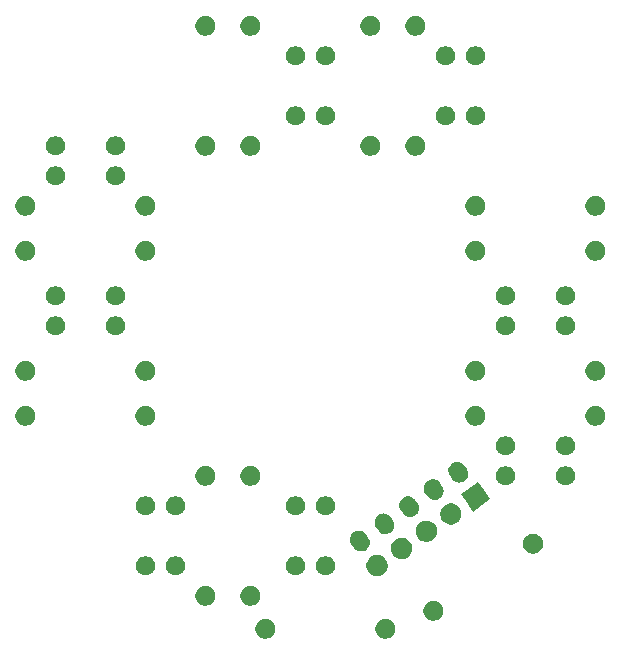
<source format=gbr>
G04 #@! TF.GenerationSoftware,KiCad,Pcbnew,(5.1.5)-3*
G04 #@! TF.CreationDate,2021-07-05T18:08:41+08:00*
G04 #@! TF.ProjectId,____,9b201f68-2e6b-4696-9361-645f70636258,rev?*
G04 #@! TF.SameCoordinates,Original*
G04 #@! TF.FileFunction,Soldermask,Top*
G04 #@! TF.FilePolarity,Negative*
%FSLAX46Y46*%
G04 Gerber Fmt 4.6, Leading zero omitted, Abs format (unit mm)*
G04 Created by KiCad (PCBNEW (5.1.5)-3) date 2021-07-05 18:08:41*
%MOMM*%
%LPD*%
G04 APERTURE LIST*
%ADD10C,0.100000*%
G04 APERTURE END LIST*
D10*
G36*
X153156228Y-118053703D02*
G01*
X153311100Y-118117853D01*
X153450481Y-118210985D01*
X153569015Y-118329519D01*
X153662147Y-118468900D01*
X153726297Y-118623772D01*
X153759000Y-118788184D01*
X153759000Y-118955816D01*
X153726297Y-119120228D01*
X153662147Y-119275100D01*
X153569015Y-119414481D01*
X153450481Y-119533015D01*
X153311100Y-119626147D01*
X153156228Y-119690297D01*
X152991816Y-119723000D01*
X152824184Y-119723000D01*
X152659772Y-119690297D01*
X152504900Y-119626147D01*
X152365519Y-119533015D01*
X152246985Y-119414481D01*
X152153853Y-119275100D01*
X152089703Y-119120228D01*
X152057000Y-118955816D01*
X152057000Y-118788184D01*
X152089703Y-118623772D01*
X152153853Y-118468900D01*
X152246985Y-118329519D01*
X152365519Y-118210985D01*
X152504900Y-118117853D01*
X152659772Y-118053703D01*
X152824184Y-118021000D01*
X152991816Y-118021000D01*
X153156228Y-118053703D01*
G37*
G36*
X142996228Y-118053703D02*
G01*
X143151100Y-118117853D01*
X143290481Y-118210985D01*
X143409015Y-118329519D01*
X143502147Y-118468900D01*
X143566297Y-118623772D01*
X143599000Y-118788184D01*
X143599000Y-118955816D01*
X143566297Y-119120228D01*
X143502147Y-119275100D01*
X143409015Y-119414481D01*
X143290481Y-119533015D01*
X143151100Y-119626147D01*
X142996228Y-119690297D01*
X142831816Y-119723000D01*
X142664184Y-119723000D01*
X142499772Y-119690297D01*
X142344900Y-119626147D01*
X142205519Y-119533015D01*
X142086985Y-119414481D01*
X141993853Y-119275100D01*
X141929703Y-119120228D01*
X141897000Y-118955816D01*
X141897000Y-118788184D01*
X141929703Y-118623772D01*
X141993853Y-118468900D01*
X142086985Y-118329519D01*
X142205519Y-118210985D01*
X142344900Y-118117853D01*
X142499772Y-118053703D01*
X142664184Y-118021000D01*
X142831816Y-118021000D01*
X142996228Y-118053703D01*
G37*
G36*
X157220228Y-116529703D02*
G01*
X157375100Y-116593853D01*
X157514481Y-116686985D01*
X157633015Y-116805519D01*
X157726147Y-116944900D01*
X157790297Y-117099772D01*
X157823000Y-117264184D01*
X157823000Y-117431816D01*
X157790297Y-117596228D01*
X157726147Y-117751100D01*
X157633015Y-117890481D01*
X157514481Y-118009015D01*
X157375100Y-118102147D01*
X157220228Y-118166297D01*
X157055816Y-118199000D01*
X156888184Y-118199000D01*
X156723772Y-118166297D01*
X156568900Y-118102147D01*
X156429519Y-118009015D01*
X156310985Y-117890481D01*
X156217853Y-117751100D01*
X156153703Y-117596228D01*
X156121000Y-117431816D01*
X156121000Y-117264184D01*
X156153703Y-117099772D01*
X156217853Y-116944900D01*
X156310985Y-116805519D01*
X156429519Y-116686985D01*
X156568900Y-116593853D01*
X156723772Y-116529703D01*
X156888184Y-116497000D01*
X157055816Y-116497000D01*
X157220228Y-116529703D01*
G37*
G36*
X137916228Y-115259703D02*
G01*
X138071100Y-115323853D01*
X138210481Y-115416985D01*
X138329015Y-115535519D01*
X138422147Y-115674900D01*
X138486297Y-115829772D01*
X138519000Y-115994184D01*
X138519000Y-116161816D01*
X138486297Y-116326228D01*
X138422147Y-116481100D01*
X138329015Y-116620481D01*
X138210481Y-116739015D01*
X138071100Y-116832147D01*
X137916228Y-116896297D01*
X137751816Y-116929000D01*
X137584184Y-116929000D01*
X137419772Y-116896297D01*
X137264900Y-116832147D01*
X137125519Y-116739015D01*
X137006985Y-116620481D01*
X136913853Y-116481100D01*
X136849703Y-116326228D01*
X136817000Y-116161816D01*
X136817000Y-115994184D01*
X136849703Y-115829772D01*
X136913853Y-115674900D01*
X137006985Y-115535519D01*
X137125519Y-115416985D01*
X137264900Y-115323853D01*
X137419772Y-115259703D01*
X137584184Y-115227000D01*
X137751816Y-115227000D01*
X137916228Y-115259703D01*
G37*
G36*
X141726228Y-115259703D02*
G01*
X141881100Y-115323853D01*
X142020481Y-115416985D01*
X142139015Y-115535519D01*
X142232147Y-115674900D01*
X142296297Y-115829772D01*
X142329000Y-115994184D01*
X142329000Y-116161816D01*
X142296297Y-116326228D01*
X142232147Y-116481100D01*
X142139015Y-116620481D01*
X142020481Y-116739015D01*
X141881100Y-116832147D01*
X141726228Y-116896297D01*
X141561816Y-116929000D01*
X141394184Y-116929000D01*
X141229772Y-116896297D01*
X141074900Y-116832147D01*
X140935519Y-116739015D01*
X140816985Y-116620481D01*
X140723853Y-116481100D01*
X140659703Y-116326228D01*
X140627000Y-116161816D01*
X140627000Y-115994184D01*
X140659703Y-115829772D01*
X140723853Y-115674900D01*
X140816985Y-115535519D01*
X140935519Y-115416985D01*
X141074900Y-115323853D01*
X141229772Y-115259703D01*
X141394184Y-115227000D01*
X141561816Y-115227000D01*
X141726228Y-115259703D01*
G37*
G36*
X152318927Y-112627464D02*
G01*
X152468227Y-112657161D01*
X152632199Y-112725081D01*
X152779769Y-112823684D01*
X152905268Y-112949183D01*
X153003871Y-113096753D01*
X153071791Y-113260725D01*
X153106415Y-113434796D01*
X153106415Y-113612278D01*
X153071791Y-113786349D01*
X153003871Y-113950321D01*
X152905268Y-114097891D01*
X152779769Y-114223390D01*
X152632199Y-114321993D01*
X152468227Y-114389913D01*
X152318927Y-114419610D01*
X152294157Y-114424537D01*
X152116673Y-114424537D01*
X152091903Y-114419610D01*
X151942603Y-114389913D01*
X151778631Y-114321993D01*
X151631061Y-114223390D01*
X151505562Y-114097891D01*
X151406959Y-113950321D01*
X151339039Y-113786349D01*
X151304415Y-113612278D01*
X151304415Y-113434796D01*
X151339039Y-113260725D01*
X151406959Y-113096753D01*
X151505562Y-112949183D01*
X151631061Y-112823684D01*
X151778631Y-112725081D01*
X151942603Y-112657161D01*
X152091903Y-112627464D01*
X152116673Y-112622537D01*
X152294157Y-112622537D01*
X152318927Y-112627464D01*
G37*
G36*
X132825142Y-112756242D02*
G01*
X132973101Y-112817529D01*
X133106255Y-112906499D01*
X133219501Y-113019745D01*
X133308471Y-113152899D01*
X133369758Y-113300858D01*
X133401000Y-113457925D01*
X133401000Y-113618075D01*
X133369758Y-113775142D01*
X133308471Y-113923101D01*
X133219501Y-114056255D01*
X133106255Y-114169501D01*
X132973101Y-114258471D01*
X132825142Y-114319758D01*
X132668075Y-114351000D01*
X132507925Y-114351000D01*
X132350858Y-114319758D01*
X132202899Y-114258471D01*
X132069745Y-114169501D01*
X131956499Y-114056255D01*
X131867529Y-113923101D01*
X131806242Y-113775142D01*
X131775000Y-113618075D01*
X131775000Y-113457925D01*
X131806242Y-113300858D01*
X131867529Y-113152899D01*
X131956499Y-113019745D01*
X132069745Y-112906499D01*
X132202899Y-112817529D01*
X132350858Y-112756242D01*
X132507925Y-112725000D01*
X132668075Y-112725000D01*
X132825142Y-112756242D01*
G37*
G36*
X135365142Y-112756242D02*
G01*
X135513101Y-112817529D01*
X135646255Y-112906499D01*
X135759501Y-113019745D01*
X135848471Y-113152899D01*
X135909758Y-113300858D01*
X135941000Y-113457925D01*
X135941000Y-113618075D01*
X135909758Y-113775142D01*
X135848471Y-113923101D01*
X135759501Y-114056255D01*
X135646255Y-114169501D01*
X135513101Y-114258471D01*
X135365142Y-114319758D01*
X135208075Y-114351000D01*
X135047925Y-114351000D01*
X134890858Y-114319758D01*
X134742899Y-114258471D01*
X134609745Y-114169501D01*
X134496499Y-114056255D01*
X134407529Y-113923101D01*
X134346242Y-113775142D01*
X134315000Y-113618075D01*
X134315000Y-113457925D01*
X134346242Y-113300858D01*
X134407529Y-113152899D01*
X134496499Y-113019745D01*
X134609745Y-112906499D01*
X134742899Y-112817529D01*
X134890858Y-112756242D01*
X135047925Y-112725000D01*
X135208075Y-112725000D01*
X135365142Y-112756242D01*
G37*
G36*
X148065142Y-112756242D02*
G01*
X148213101Y-112817529D01*
X148346255Y-112906499D01*
X148459501Y-113019745D01*
X148548471Y-113152899D01*
X148609758Y-113300858D01*
X148641000Y-113457925D01*
X148641000Y-113618075D01*
X148609758Y-113775142D01*
X148548471Y-113923101D01*
X148459501Y-114056255D01*
X148346255Y-114169501D01*
X148213101Y-114258471D01*
X148065142Y-114319758D01*
X147908075Y-114351000D01*
X147747925Y-114351000D01*
X147590858Y-114319758D01*
X147442899Y-114258471D01*
X147309745Y-114169501D01*
X147196499Y-114056255D01*
X147107529Y-113923101D01*
X147046242Y-113775142D01*
X147015000Y-113618075D01*
X147015000Y-113457925D01*
X147046242Y-113300858D01*
X147107529Y-113152899D01*
X147196499Y-113019745D01*
X147309745Y-112906499D01*
X147442899Y-112817529D01*
X147590858Y-112756242D01*
X147747925Y-112725000D01*
X147908075Y-112725000D01*
X148065142Y-112756242D01*
G37*
G36*
X145525142Y-112756242D02*
G01*
X145673101Y-112817529D01*
X145806255Y-112906499D01*
X145919501Y-113019745D01*
X146008471Y-113152899D01*
X146069758Y-113300858D01*
X146101000Y-113457925D01*
X146101000Y-113618075D01*
X146069758Y-113775142D01*
X146008471Y-113923101D01*
X145919501Y-114056255D01*
X145806255Y-114169501D01*
X145673101Y-114258471D01*
X145525142Y-114319758D01*
X145368075Y-114351000D01*
X145207925Y-114351000D01*
X145050858Y-114319758D01*
X144902899Y-114258471D01*
X144769745Y-114169501D01*
X144656499Y-114056255D01*
X144567529Y-113923101D01*
X144506242Y-113775142D01*
X144475000Y-113618075D01*
X144475000Y-113457925D01*
X144506242Y-113300858D01*
X144567529Y-113152899D01*
X144656499Y-113019745D01*
X144769745Y-112906499D01*
X144902899Y-112817529D01*
X145050858Y-112756242D01*
X145207925Y-112725000D01*
X145368075Y-112725000D01*
X145525142Y-112756242D01*
G37*
G36*
X154399573Y-111170579D02*
G01*
X154548873Y-111200276D01*
X154712845Y-111268196D01*
X154860415Y-111366799D01*
X154985914Y-111492298D01*
X155084517Y-111639868D01*
X155152437Y-111803840D01*
X155187061Y-111977911D01*
X155187061Y-112155393D01*
X155152437Y-112329464D01*
X155084517Y-112493436D01*
X154985914Y-112641006D01*
X154860415Y-112766505D01*
X154712845Y-112865108D01*
X154548873Y-112933028D01*
X154399573Y-112962725D01*
X154374803Y-112967652D01*
X154197319Y-112967652D01*
X154172549Y-112962725D01*
X154023249Y-112933028D01*
X153859277Y-112865108D01*
X153711707Y-112766505D01*
X153586208Y-112641006D01*
X153487605Y-112493436D01*
X153419685Y-112329464D01*
X153385061Y-112155393D01*
X153385061Y-111977911D01*
X153419685Y-111803840D01*
X153487605Y-111639868D01*
X153586208Y-111492298D01*
X153711707Y-111366799D01*
X153859277Y-111268196D01*
X154023249Y-111200276D01*
X154172549Y-111170579D01*
X154197319Y-111165652D01*
X154374803Y-111165652D01*
X154399573Y-111170579D01*
G37*
G36*
X165643250Y-110848303D02*
G01*
X165798122Y-110912453D01*
X165937503Y-111005585D01*
X166056037Y-111124119D01*
X166149169Y-111263500D01*
X166213319Y-111418372D01*
X166246022Y-111582784D01*
X166246022Y-111750416D01*
X166213319Y-111914828D01*
X166149169Y-112069700D01*
X166056037Y-112209081D01*
X165937503Y-112327615D01*
X165798122Y-112420747D01*
X165643250Y-112484897D01*
X165478838Y-112517600D01*
X165311206Y-112517600D01*
X165146794Y-112484897D01*
X164991922Y-112420747D01*
X164852541Y-112327615D01*
X164734007Y-112209081D01*
X164640875Y-112069700D01*
X164576725Y-111914828D01*
X164544022Y-111750416D01*
X164544022Y-111582784D01*
X164576725Y-111418372D01*
X164640875Y-111263500D01*
X164734007Y-111124119D01*
X164852541Y-111005585D01*
X164991922Y-110912453D01*
X165146794Y-110848303D01*
X165311206Y-110815600D01*
X165478838Y-110815600D01*
X165643250Y-110848303D01*
G37*
G36*
X150669239Y-110567339D02*
G01*
X150793541Y-110576849D01*
X150936003Y-110616693D01*
X150960863Y-110629292D01*
X151067960Y-110683567D01*
X151184335Y-110774899D01*
X151240544Y-110840422D01*
X151256524Y-110859049D01*
X151387783Y-111046509D01*
X151470909Y-111165226D01*
X151525292Y-111261840D01*
X151571313Y-111402433D01*
X151580166Y-111475868D01*
X151589020Y-111549300D01*
X151577735Y-111696809D01*
X151537891Y-111839271D01*
X151537890Y-111839272D01*
X151471017Y-111971229D01*
X151379685Y-112087603D01*
X151267406Y-112183922D01*
X151267404Y-112183923D01*
X151138490Y-112256488D01*
X150997896Y-112302509D01*
X150924461Y-112311363D01*
X150851029Y-112320216D01*
X150851026Y-112320216D01*
X150762525Y-112313445D01*
X150703522Y-112308931D01*
X150641249Y-112291514D01*
X150561058Y-112269086D01*
X150429102Y-112202213D01*
X150312727Y-112110881D01*
X150240540Y-112026733D01*
X150240538Y-112026731D01*
X150026155Y-111720557D01*
X150026153Y-111720554D01*
X149971770Y-111623940D01*
X149947338Y-111549300D01*
X149925749Y-111483348D01*
X149908042Y-111336479D01*
X149919327Y-111188971D01*
X149959171Y-111046509D01*
X150026046Y-110914551D01*
X150117377Y-110798177D01*
X150229658Y-110701857D01*
X150358572Y-110629292D01*
X150398429Y-110616246D01*
X150499164Y-110583271D01*
X150646033Y-110565564D01*
X150646036Y-110565564D01*
X150669239Y-110567339D01*
G37*
G36*
X156480220Y-109713695D02*
G01*
X156629520Y-109743392D01*
X156793492Y-109811312D01*
X156941062Y-109909915D01*
X157066561Y-110035414D01*
X157165164Y-110182984D01*
X157233084Y-110346956D01*
X157267708Y-110521027D01*
X157267708Y-110698509D01*
X157233084Y-110872580D01*
X157165164Y-111036552D01*
X157066561Y-111184122D01*
X156941062Y-111309621D01*
X156793492Y-111408224D01*
X156629520Y-111476144D01*
X156480220Y-111505841D01*
X156455450Y-111510768D01*
X156277966Y-111510768D01*
X156253196Y-111505841D01*
X156103896Y-111476144D01*
X155939924Y-111408224D01*
X155792354Y-111309621D01*
X155666855Y-111184122D01*
X155568252Y-111036552D01*
X155500332Y-110872580D01*
X155465708Y-110698509D01*
X155465708Y-110521027D01*
X155500332Y-110346956D01*
X155568252Y-110182984D01*
X155666855Y-110035414D01*
X155792354Y-109909915D01*
X155939924Y-109811312D01*
X156103896Y-109743392D01*
X156253196Y-109713695D01*
X156277966Y-109708768D01*
X156455450Y-109708768D01*
X156480220Y-109713695D01*
G37*
G36*
X152749885Y-109110455D02*
G01*
X152874187Y-109119965D01*
X153016649Y-109159809D01*
X153082628Y-109193247D01*
X153148606Y-109226683D01*
X153264981Y-109318015D01*
X153321190Y-109383538D01*
X153337170Y-109402165D01*
X153468429Y-109589625D01*
X153551555Y-109708342D01*
X153605938Y-109804956D01*
X153651959Y-109945549D01*
X153651959Y-109945552D01*
X153669666Y-110092416D01*
X153658381Y-110239925D01*
X153618537Y-110382387D01*
X153618536Y-110382388D01*
X153551663Y-110514345D01*
X153497568Y-110583272D01*
X153460331Y-110630719D01*
X153348052Y-110727038D01*
X153348050Y-110727039D01*
X153219136Y-110799604D01*
X153078542Y-110845625D01*
X153005107Y-110854478D01*
X152931675Y-110863332D01*
X152931672Y-110863332D01*
X152843171Y-110856561D01*
X152784168Y-110852047D01*
X152721895Y-110834630D01*
X152641704Y-110812202D01*
X152509748Y-110745329D01*
X152393373Y-110653997D01*
X152321186Y-110569849D01*
X152321184Y-110569847D01*
X152106801Y-110263673D01*
X152106799Y-110263670D01*
X152052416Y-110167056D01*
X152027984Y-110092416D01*
X152006395Y-110026464D01*
X151988688Y-109879595D01*
X151999973Y-109732087D01*
X152039817Y-109589625D01*
X152106692Y-109457667D01*
X152146889Y-109406448D01*
X152198023Y-109341293D01*
X152310304Y-109244973D01*
X152439218Y-109172408D01*
X152479075Y-109159362D01*
X152579810Y-109126387D01*
X152726679Y-109108680D01*
X152726682Y-109108680D01*
X152749885Y-109110455D01*
G37*
G36*
X158560866Y-108256811D02*
G01*
X158710166Y-108286508D01*
X158874138Y-108354428D01*
X159021708Y-108453031D01*
X159147207Y-108578530D01*
X159245810Y-108726100D01*
X159313730Y-108890072D01*
X159348354Y-109064143D01*
X159348354Y-109241625D01*
X159313730Y-109415696D01*
X159245810Y-109579668D01*
X159147207Y-109727238D01*
X159021708Y-109852737D01*
X158874138Y-109951340D01*
X158710166Y-110019260D01*
X158560866Y-110048957D01*
X158536096Y-110053884D01*
X158358612Y-110053884D01*
X158333842Y-110048957D01*
X158184542Y-110019260D01*
X158020570Y-109951340D01*
X157873000Y-109852737D01*
X157747501Y-109727238D01*
X157648898Y-109579668D01*
X157580978Y-109415696D01*
X157546354Y-109241625D01*
X157546354Y-109064143D01*
X157580978Y-108890072D01*
X157648898Y-108726100D01*
X157747501Y-108578530D01*
X157873000Y-108453031D01*
X158020570Y-108354428D01*
X158184542Y-108286508D01*
X158333842Y-108256811D01*
X158358612Y-108251884D01*
X158536096Y-108251884D01*
X158560866Y-108256811D01*
G37*
G36*
X154830531Y-107653571D02*
G01*
X154954833Y-107663081D01*
X155097295Y-107702925D01*
X155122155Y-107715524D01*
X155229252Y-107769799D01*
X155345627Y-107861131D01*
X155393780Y-107917263D01*
X155417816Y-107945281D01*
X155549075Y-108132741D01*
X155632201Y-108251458D01*
X155686584Y-108348072D01*
X155732605Y-108488665D01*
X155732605Y-108488668D01*
X155750312Y-108635532D01*
X155739027Y-108783041D01*
X155699183Y-108925503D01*
X155699182Y-108925504D01*
X155632309Y-109057461D01*
X155578214Y-109126388D01*
X155540977Y-109173835D01*
X155428698Y-109270154D01*
X155428696Y-109270155D01*
X155299782Y-109342720D01*
X155159188Y-109388741D01*
X155085753Y-109397595D01*
X155012321Y-109406448D01*
X155012318Y-109406448D01*
X154923817Y-109399677D01*
X154864814Y-109395163D01*
X154802541Y-109377746D01*
X154722350Y-109355318D01*
X154590394Y-109288445D01*
X154474019Y-109197113D01*
X154401832Y-109112965D01*
X154401830Y-109112963D01*
X154187447Y-108806789D01*
X154187445Y-108806786D01*
X154133062Y-108710172D01*
X154108630Y-108635532D01*
X154087041Y-108569580D01*
X154069334Y-108422711D01*
X154080619Y-108275203D01*
X154120463Y-108132741D01*
X154187338Y-108000783D01*
X154227535Y-107949564D01*
X154278669Y-107884409D01*
X154390950Y-107788089D01*
X154519864Y-107715524D01*
X154559721Y-107702478D01*
X154660456Y-107669503D01*
X154807325Y-107651796D01*
X154807328Y-107651796D01*
X154830531Y-107653571D01*
G37*
G36*
X132825142Y-107676242D02*
G01*
X132973101Y-107737529D01*
X133106255Y-107826499D01*
X133219501Y-107939745D01*
X133308471Y-108072899D01*
X133369758Y-108220858D01*
X133401000Y-108377925D01*
X133401000Y-108538075D01*
X133369758Y-108695142D01*
X133308471Y-108843101D01*
X133219501Y-108976255D01*
X133106255Y-109089501D01*
X132973101Y-109178471D01*
X132825142Y-109239758D01*
X132668075Y-109271000D01*
X132507925Y-109271000D01*
X132350858Y-109239758D01*
X132202899Y-109178471D01*
X132069745Y-109089501D01*
X131956499Y-108976255D01*
X131867529Y-108843101D01*
X131806242Y-108695142D01*
X131775000Y-108538075D01*
X131775000Y-108377925D01*
X131806242Y-108220858D01*
X131867529Y-108072899D01*
X131956499Y-107939745D01*
X132069745Y-107826499D01*
X132202899Y-107737529D01*
X132350858Y-107676242D01*
X132507925Y-107645000D01*
X132668075Y-107645000D01*
X132825142Y-107676242D01*
G37*
G36*
X148065142Y-107676242D02*
G01*
X148213101Y-107737529D01*
X148346255Y-107826499D01*
X148459501Y-107939745D01*
X148548471Y-108072899D01*
X148609758Y-108220858D01*
X148641000Y-108377925D01*
X148641000Y-108538075D01*
X148609758Y-108695142D01*
X148548471Y-108843101D01*
X148459501Y-108976255D01*
X148346255Y-109089501D01*
X148213101Y-109178471D01*
X148065142Y-109239758D01*
X147908075Y-109271000D01*
X147747925Y-109271000D01*
X147590858Y-109239758D01*
X147442899Y-109178471D01*
X147309745Y-109089501D01*
X147196499Y-108976255D01*
X147107529Y-108843101D01*
X147046242Y-108695142D01*
X147015000Y-108538075D01*
X147015000Y-108377925D01*
X147046242Y-108220858D01*
X147107529Y-108072899D01*
X147196499Y-107939745D01*
X147309745Y-107826499D01*
X147442899Y-107737529D01*
X147590858Y-107676242D01*
X147747925Y-107645000D01*
X147908075Y-107645000D01*
X148065142Y-107676242D01*
G37*
G36*
X145525142Y-107676242D02*
G01*
X145673101Y-107737529D01*
X145806255Y-107826499D01*
X145919501Y-107939745D01*
X146008471Y-108072899D01*
X146069758Y-108220858D01*
X146101000Y-108377925D01*
X146101000Y-108538075D01*
X146069758Y-108695142D01*
X146008471Y-108843101D01*
X145919501Y-108976255D01*
X145806255Y-109089501D01*
X145673101Y-109178471D01*
X145525142Y-109239758D01*
X145368075Y-109271000D01*
X145207925Y-109271000D01*
X145050858Y-109239758D01*
X144902899Y-109178471D01*
X144769745Y-109089501D01*
X144656499Y-108976255D01*
X144567529Y-108843101D01*
X144506242Y-108695142D01*
X144475000Y-108538075D01*
X144475000Y-108377925D01*
X144506242Y-108220858D01*
X144567529Y-108072899D01*
X144656499Y-107939745D01*
X144769745Y-107826499D01*
X144902899Y-107737529D01*
X145050858Y-107676242D01*
X145207925Y-107645000D01*
X145368075Y-107645000D01*
X145525142Y-107676242D01*
G37*
G36*
X135365142Y-107676242D02*
G01*
X135513101Y-107737529D01*
X135646255Y-107826499D01*
X135759501Y-107939745D01*
X135848471Y-108072899D01*
X135909758Y-108220858D01*
X135941000Y-108377925D01*
X135941000Y-108538075D01*
X135909758Y-108695142D01*
X135848471Y-108843101D01*
X135759501Y-108976255D01*
X135646255Y-109089501D01*
X135513101Y-109178471D01*
X135365142Y-109239758D01*
X135208075Y-109271000D01*
X135047925Y-109271000D01*
X134890858Y-109239758D01*
X134742899Y-109178471D01*
X134609745Y-109089501D01*
X134496499Y-108976255D01*
X134407529Y-108843101D01*
X134346242Y-108695142D01*
X134315000Y-108538075D01*
X134315000Y-108377925D01*
X134346242Y-108220858D01*
X134407529Y-108072899D01*
X134496499Y-107939745D01*
X134609745Y-107826499D01*
X134742899Y-107737529D01*
X134890858Y-107676242D01*
X135047925Y-107645000D01*
X135208075Y-107645000D01*
X135365142Y-107676242D01*
G37*
G36*
X161219482Y-107112694D02*
G01*
X161782848Y-107917263D01*
X161782848Y-107917264D01*
X161060994Y-108422711D01*
X160306737Y-108950848D01*
X160306736Y-108950848D01*
X159691990Y-108072899D01*
X159273152Y-107474737D01*
X159273152Y-107474736D01*
X160379936Y-106699758D01*
X160749263Y-106441152D01*
X160749264Y-106441152D01*
X161219482Y-107112694D01*
G37*
G36*
X156911178Y-106196687D02*
G01*
X157035480Y-106206197D01*
X157177942Y-106246041D01*
X157202802Y-106258640D01*
X157309899Y-106312915D01*
X157426274Y-106404247D01*
X157474514Y-106460480D01*
X157498463Y-106488397D01*
X157629722Y-106675857D01*
X157712848Y-106794574D01*
X157767231Y-106891188D01*
X157813252Y-107031781D01*
X157813252Y-107031784D01*
X157830959Y-107178648D01*
X157819674Y-107326157D01*
X157779830Y-107468619D01*
X157779829Y-107468620D01*
X157712956Y-107600577D01*
X157658861Y-107669504D01*
X157621624Y-107716951D01*
X157509345Y-107813270D01*
X157476850Y-107831561D01*
X157380429Y-107885836D01*
X157239835Y-107931857D01*
X157174425Y-107939743D01*
X157092968Y-107949564D01*
X157092965Y-107949564D01*
X157004464Y-107942793D01*
X156945461Y-107938279D01*
X156870324Y-107917264D01*
X156802997Y-107898434D01*
X156671041Y-107831561D01*
X156554666Y-107740229D01*
X156482479Y-107656081D01*
X156482477Y-107656079D01*
X156268094Y-107349905D01*
X156268092Y-107349902D01*
X156213709Y-107253288D01*
X156189277Y-107178648D01*
X156167688Y-107112696D01*
X156149981Y-106965827D01*
X156161266Y-106818319D01*
X156201110Y-106675857D01*
X156234548Y-106609878D01*
X156267984Y-106543900D01*
X156359316Y-106427525D01*
X156471597Y-106331205D01*
X156600511Y-106258640D01*
X156640368Y-106245594D01*
X156741103Y-106212619D01*
X156887972Y-106194912D01*
X156887975Y-106194912D01*
X156911178Y-106196687D01*
G37*
G36*
X137916228Y-105099703D02*
G01*
X138071100Y-105163853D01*
X138210481Y-105256985D01*
X138329015Y-105375519D01*
X138422147Y-105514900D01*
X138486297Y-105669772D01*
X138519000Y-105834184D01*
X138519000Y-106001816D01*
X138486297Y-106166228D01*
X138422147Y-106321100D01*
X138329015Y-106460481D01*
X138210481Y-106579015D01*
X138071100Y-106672147D01*
X137916228Y-106736297D01*
X137751816Y-106769000D01*
X137584184Y-106769000D01*
X137419772Y-106736297D01*
X137264900Y-106672147D01*
X137125519Y-106579015D01*
X137006985Y-106460481D01*
X136913853Y-106321100D01*
X136849703Y-106166228D01*
X136817000Y-106001816D01*
X136817000Y-105834184D01*
X136849703Y-105669772D01*
X136913853Y-105514900D01*
X137006985Y-105375519D01*
X137125519Y-105256985D01*
X137264900Y-105163853D01*
X137419772Y-105099703D01*
X137584184Y-105067000D01*
X137751816Y-105067000D01*
X137916228Y-105099703D01*
G37*
G36*
X141726228Y-105099703D02*
G01*
X141881100Y-105163853D01*
X142020481Y-105256985D01*
X142139015Y-105375519D01*
X142232147Y-105514900D01*
X142296297Y-105669772D01*
X142329000Y-105834184D01*
X142329000Y-106001816D01*
X142296297Y-106166228D01*
X142232147Y-106321100D01*
X142139015Y-106460481D01*
X142020481Y-106579015D01*
X141881100Y-106672147D01*
X141726228Y-106736297D01*
X141561816Y-106769000D01*
X141394184Y-106769000D01*
X141229772Y-106736297D01*
X141074900Y-106672147D01*
X140935519Y-106579015D01*
X140816985Y-106460481D01*
X140723853Y-106321100D01*
X140659703Y-106166228D01*
X140627000Y-106001816D01*
X140627000Y-105834184D01*
X140659703Y-105669772D01*
X140723853Y-105514900D01*
X140816985Y-105375519D01*
X140935519Y-105256985D01*
X141074900Y-105163853D01*
X141229772Y-105099703D01*
X141394184Y-105067000D01*
X141561816Y-105067000D01*
X141726228Y-105099703D01*
G37*
G36*
X168385142Y-105136242D02*
G01*
X168533101Y-105197529D01*
X168666255Y-105286499D01*
X168779501Y-105399745D01*
X168868471Y-105532899D01*
X168929758Y-105680858D01*
X168961000Y-105837925D01*
X168961000Y-105998075D01*
X168929758Y-106155142D01*
X168868471Y-106303101D01*
X168779501Y-106436255D01*
X168666255Y-106549501D01*
X168533101Y-106638471D01*
X168385142Y-106699758D01*
X168228075Y-106731000D01*
X168067925Y-106731000D01*
X167910858Y-106699758D01*
X167762899Y-106638471D01*
X167629745Y-106549501D01*
X167516499Y-106436255D01*
X167427529Y-106303101D01*
X167366242Y-106155142D01*
X167335000Y-105998075D01*
X167335000Y-105837925D01*
X167366242Y-105680858D01*
X167427529Y-105532899D01*
X167516499Y-105399745D01*
X167629745Y-105286499D01*
X167762899Y-105197529D01*
X167910858Y-105136242D01*
X168067925Y-105105000D01*
X168228075Y-105105000D01*
X168385142Y-105136242D01*
G37*
G36*
X163305142Y-105136242D02*
G01*
X163453101Y-105197529D01*
X163586255Y-105286499D01*
X163699501Y-105399745D01*
X163788471Y-105532899D01*
X163849758Y-105680858D01*
X163881000Y-105837925D01*
X163881000Y-105998075D01*
X163849758Y-106155142D01*
X163788471Y-106303101D01*
X163699501Y-106436255D01*
X163586255Y-106549501D01*
X163453101Y-106638471D01*
X163305142Y-106699758D01*
X163148075Y-106731000D01*
X162987925Y-106731000D01*
X162830858Y-106699758D01*
X162682899Y-106638471D01*
X162549745Y-106549501D01*
X162436499Y-106436255D01*
X162347529Y-106303101D01*
X162286242Y-106155142D01*
X162255000Y-105998075D01*
X162255000Y-105837925D01*
X162286242Y-105680858D01*
X162347529Y-105532899D01*
X162436499Y-105399745D01*
X162549745Y-105286499D01*
X162682899Y-105197529D01*
X162830858Y-105136242D01*
X162987925Y-105105000D01*
X163148075Y-105105000D01*
X163305142Y-105136242D01*
G37*
G36*
X158991824Y-104739803D02*
G01*
X159116126Y-104749313D01*
X159258588Y-104789157D01*
X159283448Y-104801756D01*
X159390545Y-104856031D01*
X159506920Y-104947363D01*
X159563129Y-105012886D01*
X159579109Y-105031513D01*
X159710368Y-105218973D01*
X159793494Y-105337690D01*
X159847877Y-105434304D01*
X159893898Y-105574897D01*
X159893898Y-105574900D01*
X159911605Y-105721764D01*
X159900320Y-105869273D01*
X159860476Y-106011735D01*
X159860475Y-106011736D01*
X159793602Y-106143693D01*
X159739507Y-106212620D01*
X159702270Y-106260067D01*
X159589991Y-106356386D01*
X159589989Y-106356387D01*
X159461075Y-106428952D01*
X159320481Y-106474973D01*
X159247046Y-106483826D01*
X159173614Y-106492680D01*
X159173611Y-106492680D01*
X159085110Y-106485909D01*
X159026107Y-106481395D01*
X158951331Y-106460481D01*
X158883643Y-106441550D01*
X158751687Y-106374677D01*
X158635312Y-106283345D01*
X158563125Y-106199197D01*
X158563123Y-106199195D01*
X158348740Y-105893021D01*
X158348738Y-105893018D01*
X158294355Y-105796404D01*
X158269923Y-105721764D01*
X158248334Y-105655812D01*
X158230627Y-105508943D01*
X158241912Y-105361435D01*
X158281756Y-105218973D01*
X158339516Y-105105000D01*
X158348630Y-105087016D01*
X158439962Y-104970641D01*
X158552243Y-104874321D01*
X158681157Y-104801756D01*
X158721014Y-104788710D01*
X158821749Y-104755735D01*
X158968618Y-104738028D01*
X158968621Y-104738028D01*
X158991824Y-104739803D01*
G37*
G36*
X168385142Y-102596242D02*
G01*
X168533101Y-102657529D01*
X168666255Y-102746499D01*
X168779501Y-102859745D01*
X168868471Y-102992899D01*
X168929758Y-103140858D01*
X168961000Y-103297925D01*
X168961000Y-103458075D01*
X168929758Y-103615142D01*
X168868471Y-103763101D01*
X168779501Y-103896255D01*
X168666255Y-104009501D01*
X168533101Y-104098471D01*
X168385142Y-104159758D01*
X168228075Y-104191000D01*
X168067925Y-104191000D01*
X167910858Y-104159758D01*
X167762899Y-104098471D01*
X167629745Y-104009501D01*
X167516499Y-103896255D01*
X167427529Y-103763101D01*
X167366242Y-103615142D01*
X167335000Y-103458075D01*
X167335000Y-103297925D01*
X167366242Y-103140858D01*
X167427529Y-102992899D01*
X167516499Y-102859745D01*
X167629745Y-102746499D01*
X167762899Y-102657529D01*
X167910858Y-102596242D01*
X168067925Y-102565000D01*
X168228075Y-102565000D01*
X168385142Y-102596242D01*
G37*
G36*
X163305142Y-102596242D02*
G01*
X163453101Y-102657529D01*
X163586255Y-102746499D01*
X163699501Y-102859745D01*
X163788471Y-102992899D01*
X163849758Y-103140858D01*
X163881000Y-103297925D01*
X163881000Y-103458075D01*
X163849758Y-103615142D01*
X163788471Y-103763101D01*
X163699501Y-103896255D01*
X163586255Y-104009501D01*
X163453101Y-104098471D01*
X163305142Y-104159758D01*
X163148075Y-104191000D01*
X162987925Y-104191000D01*
X162830858Y-104159758D01*
X162682899Y-104098471D01*
X162549745Y-104009501D01*
X162436499Y-103896255D01*
X162347529Y-103763101D01*
X162286242Y-103615142D01*
X162255000Y-103458075D01*
X162255000Y-103297925D01*
X162286242Y-103140858D01*
X162347529Y-102992899D01*
X162436499Y-102859745D01*
X162549745Y-102746499D01*
X162682899Y-102657529D01*
X162830858Y-102596242D01*
X162987925Y-102565000D01*
X163148075Y-102565000D01*
X163305142Y-102596242D01*
G37*
G36*
X170936228Y-100019703D02*
G01*
X171091100Y-100083853D01*
X171230481Y-100176985D01*
X171349015Y-100295519D01*
X171442147Y-100434900D01*
X171506297Y-100589772D01*
X171539000Y-100754184D01*
X171539000Y-100921816D01*
X171506297Y-101086228D01*
X171442147Y-101241100D01*
X171349015Y-101380481D01*
X171230481Y-101499015D01*
X171091100Y-101592147D01*
X170936228Y-101656297D01*
X170771816Y-101689000D01*
X170604184Y-101689000D01*
X170439772Y-101656297D01*
X170284900Y-101592147D01*
X170145519Y-101499015D01*
X170026985Y-101380481D01*
X169933853Y-101241100D01*
X169869703Y-101086228D01*
X169837000Y-100921816D01*
X169837000Y-100754184D01*
X169869703Y-100589772D01*
X169933853Y-100434900D01*
X170026985Y-100295519D01*
X170145519Y-100176985D01*
X170284900Y-100083853D01*
X170439772Y-100019703D01*
X170604184Y-99987000D01*
X170771816Y-99987000D01*
X170936228Y-100019703D01*
G37*
G36*
X122676228Y-100019703D02*
G01*
X122831100Y-100083853D01*
X122970481Y-100176985D01*
X123089015Y-100295519D01*
X123182147Y-100434900D01*
X123246297Y-100589772D01*
X123279000Y-100754184D01*
X123279000Y-100921816D01*
X123246297Y-101086228D01*
X123182147Y-101241100D01*
X123089015Y-101380481D01*
X122970481Y-101499015D01*
X122831100Y-101592147D01*
X122676228Y-101656297D01*
X122511816Y-101689000D01*
X122344184Y-101689000D01*
X122179772Y-101656297D01*
X122024900Y-101592147D01*
X121885519Y-101499015D01*
X121766985Y-101380481D01*
X121673853Y-101241100D01*
X121609703Y-101086228D01*
X121577000Y-100921816D01*
X121577000Y-100754184D01*
X121609703Y-100589772D01*
X121673853Y-100434900D01*
X121766985Y-100295519D01*
X121885519Y-100176985D01*
X122024900Y-100083853D01*
X122179772Y-100019703D01*
X122344184Y-99987000D01*
X122511816Y-99987000D01*
X122676228Y-100019703D01*
G37*
G36*
X160776228Y-100019703D02*
G01*
X160931100Y-100083853D01*
X161070481Y-100176985D01*
X161189015Y-100295519D01*
X161282147Y-100434900D01*
X161346297Y-100589772D01*
X161379000Y-100754184D01*
X161379000Y-100921816D01*
X161346297Y-101086228D01*
X161282147Y-101241100D01*
X161189015Y-101380481D01*
X161070481Y-101499015D01*
X160931100Y-101592147D01*
X160776228Y-101656297D01*
X160611816Y-101689000D01*
X160444184Y-101689000D01*
X160279772Y-101656297D01*
X160124900Y-101592147D01*
X159985519Y-101499015D01*
X159866985Y-101380481D01*
X159773853Y-101241100D01*
X159709703Y-101086228D01*
X159677000Y-100921816D01*
X159677000Y-100754184D01*
X159709703Y-100589772D01*
X159773853Y-100434900D01*
X159866985Y-100295519D01*
X159985519Y-100176985D01*
X160124900Y-100083853D01*
X160279772Y-100019703D01*
X160444184Y-99987000D01*
X160611816Y-99987000D01*
X160776228Y-100019703D01*
G37*
G36*
X132836228Y-100019703D02*
G01*
X132991100Y-100083853D01*
X133130481Y-100176985D01*
X133249015Y-100295519D01*
X133342147Y-100434900D01*
X133406297Y-100589772D01*
X133439000Y-100754184D01*
X133439000Y-100921816D01*
X133406297Y-101086228D01*
X133342147Y-101241100D01*
X133249015Y-101380481D01*
X133130481Y-101499015D01*
X132991100Y-101592147D01*
X132836228Y-101656297D01*
X132671816Y-101689000D01*
X132504184Y-101689000D01*
X132339772Y-101656297D01*
X132184900Y-101592147D01*
X132045519Y-101499015D01*
X131926985Y-101380481D01*
X131833853Y-101241100D01*
X131769703Y-101086228D01*
X131737000Y-100921816D01*
X131737000Y-100754184D01*
X131769703Y-100589772D01*
X131833853Y-100434900D01*
X131926985Y-100295519D01*
X132045519Y-100176985D01*
X132184900Y-100083853D01*
X132339772Y-100019703D01*
X132504184Y-99987000D01*
X132671816Y-99987000D01*
X132836228Y-100019703D01*
G37*
G36*
X160776228Y-96209703D02*
G01*
X160931100Y-96273853D01*
X161070481Y-96366985D01*
X161189015Y-96485519D01*
X161282147Y-96624900D01*
X161346297Y-96779772D01*
X161379000Y-96944184D01*
X161379000Y-97111816D01*
X161346297Y-97276228D01*
X161282147Y-97431100D01*
X161189015Y-97570481D01*
X161070481Y-97689015D01*
X160931100Y-97782147D01*
X160776228Y-97846297D01*
X160611816Y-97879000D01*
X160444184Y-97879000D01*
X160279772Y-97846297D01*
X160124900Y-97782147D01*
X159985519Y-97689015D01*
X159866985Y-97570481D01*
X159773853Y-97431100D01*
X159709703Y-97276228D01*
X159677000Y-97111816D01*
X159677000Y-96944184D01*
X159709703Y-96779772D01*
X159773853Y-96624900D01*
X159866985Y-96485519D01*
X159985519Y-96366985D01*
X160124900Y-96273853D01*
X160279772Y-96209703D01*
X160444184Y-96177000D01*
X160611816Y-96177000D01*
X160776228Y-96209703D01*
G37*
G36*
X122676228Y-96209703D02*
G01*
X122831100Y-96273853D01*
X122970481Y-96366985D01*
X123089015Y-96485519D01*
X123182147Y-96624900D01*
X123246297Y-96779772D01*
X123279000Y-96944184D01*
X123279000Y-97111816D01*
X123246297Y-97276228D01*
X123182147Y-97431100D01*
X123089015Y-97570481D01*
X122970481Y-97689015D01*
X122831100Y-97782147D01*
X122676228Y-97846297D01*
X122511816Y-97879000D01*
X122344184Y-97879000D01*
X122179772Y-97846297D01*
X122024900Y-97782147D01*
X121885519Y-97689015D01*
X121766985Y-97570481D01*
X121673853Y-97431100D01*
X121609703Y-97276228D01*
X121577000Y-97111816D01*
X121577000Y-96944184D01*
X121609703Y-96779772D01*
X121673853Y-96624900D01*
X121766985Y-96485519D01*
X121885519Y-96366985D01*
X122024900Y-96273853D01*
X122179772Y-96209703D01*
X122344184Y-96177000D01*
X122511816Y-96177000D01*
X122676228Y-96209703D01*
G37*
G36*
X132836228Y-96209703D02*
G01*
X132991100Y-96273853D01*
X133130481Y-96366985D01*
X133249015Y-96485519D01*
X133342147Y-96624900D01*
X133406297Y-96779772D01*
X133439000Y-96944184D01*
X133439000Y-97111816D01*
X133406297Y-97276228D01*
X133342147Y-97431100D01*
X133249015Y-97570481D01*
X133130481Y-97689015D01*
X132991100Y-97782147D01*
X132836228Y-97846297D01*
X132671816Y-97879000D01*
X132504184Y-97879000D01*
X132339772Y-97846297D01*
X132184900Y-97782147D01*
X132045519Y-97689015D01*
X131926985Y-97570481D01*
X131833853Y-97431100D01*
X131769703Y-97276228D01*
X131737000Y-97111816D01*
X131737000Y-96944184D01*
X131769703Y-96779772D01*
X131833853Y-96624900D01*
X131926985Y-96485519D01*
X132045519Y-96366985D01*
X132184900Y-96273853D01*
X132339772Y-96209703D01*
X132504184Y-96177000D01*
X132671816Y-96177000D01*
X132836228Y-96209703D01*
G37*
G36*
X170936228Y-96209703D02*
G01*
X171091100Y-96273853D01*
X171230481Y-96366985D01*
X171349015Y-96485519D01*
X171442147Y-96624900D01*
X171506297Y-96779772D01*
X171539000Y-96944184D01*
X171539000Y-97111816D01*
X171506297Y-97276228D01*
X171442147Y-97431100D01*
X171349015Y-97570481D01*
X171230481Y-97689015D01*
X171091100Y-97782147D01*
X170936228Y-97846297D01*
X170771816Y-97879000D01*
X170604184Y-97879000D01*
X170439772Y-97846297D01*
X170284900Y-97782147D01*
X170145519Y-97689015D01*
X170026985Y-97570481D01*
X169933853Y-97431100D01*
X169869703Y-97276228D01*
X169837000Y-97111816D01*
X169837000Y-96944184D01*
X169869703Y-96779772D01*
X169933853Y-96624900D01*
X170026985Y-96485519D01*
X170145519Y-96366985D01*
X170284900Y-96273853D01*
X170439772Y-96209703D01*
X170604184Y-96177000D01*
X170771816Y-96177000D01*
X170936228Y-96209703D01*
G37*
G36*
X163305142Y-92436242D02*
G01*
X163453101Y-92497529D01*
X163586255Y-92586499D01*
X163699501Y-92699745D01*
X163788471Y-92832899D01*
X163849758Y-92980858D01*
X163881000Y-93137925D01*
X163881000Y-93298075D01*
X163849758Y-93455142D01*
X163788471Y-93603101D01*
X163699501Y-93736255D01*
X163586255Y-93849501D01*
X163453101Y-93938471D01*
X163305142Y-93999758D01*
X163148075Y-94031000D01*
X162987925Y-94031000D01*
X162830858Y-93999758D01*
X162682899Y-93938471D01*
X162549745Y-93849501D01*
X162436499Y-93736255D01*
X162347529Y-93603101D01*
X162286242Y-93455142D01*
X162255000Y-93298075D01*
X162255000Y-93137925D01*
X162286242Y-92980858D01*
X162347529Y-92832899D01*
X162436499Y-92699745D01*
X162549745Y-92586499D01*
X162682899Y-92497529D01*
X162830858Y-92436242D01*
X162987925Y-92405000D01*
X163148075Y-92405000D01*
X163305142Y-92436242D01*
G37*
G36*
X130285142Y-92436242D02*
G01*
X130433101Y-92497529D01*
X130566255Y-92586499D01*
X130679501Y-92699745D01*
X130768471Y-92832899D01*
X130829758Y-92980858D01*
X130861000Y-93137925D01*
X130861000Y-93298075D01*
X130829758Y-93455142D01*
X130768471Y-93603101D01*
X130679501Y-93736255D01*
X130566255Y-93849501D01*
X130433101Y-93938471D01*
X130285142Y-93999758D01*
X130128075Y-94031000D01*
X129967925Y-94031000D01*
X129810858Y-93999758D01*
X129662899Y-93938471D01*
X129529745Y-93849501D01*
X129416499Y-93736255D01*
X129327529Y-93603101D01*
X129266242Y-93455142D01*
X129235000Y-93298075D01*
X129235000Y-93137925D01*
X129266242Y-92980858D01*
X129327529Y-92832899D01*
X129416499Y-92699745D01*
X129529745Y-92586499D01*
X129662899Y-92497529D01*
X129810858Y-92436242D01*
X129967925Y-92405000D01*
X130128075Y-92405000D01*
X130285142Y-92436242D01*
G37*
G36*
X125205142Y-92436242D02*
G01*
X125353101Y-92497529D01*
X125486255Y-92586499D01*
X125599501Y-92699745D01*
X125688471Y-92832899D01*
X125749758Y-92980858D01*
X125781000Y-93137925D01*
X125781000Y-93298075D01*
X125749758Y-93455142D01*
X125688471Y-93603101D01*
X125599501Y-93736255D01*
X125486255Y-93849501D01*
X125353101Y-93938471D01*
X125205142Y-93999758D01*
X125048075Y-94031000D01*
X124887925Y-94031000D01*
X124730858Y-93999758D01*
X124582899Y-93938471D01*
X124449745Y-93849501D01*
X124336499Y-93736255D01*
X124247529Y-93603101D01*
X124186242Y-93455142D01*
X124155000Y-93298075D01*
X124155000Y-93137925D01*
X124186242Y-92980858D01*
X124247529Y-92832899D01*
X124336499Y-92699745D01*
X124449745Y-92586499D01*
X124582899Y-92497529D01*
X124730858Y-92436242D01*
X124887925Y-92405000D01*
X125048075Y-92405000D01*
X125205142Y-92436242D01*
G37*
G36*
X168385142Y-92436242D02*
G01*
X168533101Y-92497529D01*
X168666255Y-92586499D01*
X168779501Y-92699745D01*
X168868471Y-92832899D01*
X168929758Y-92980858D01*
X168961000Y-93137925D01*
X168961000Y-93298075D01*
X168929758Y-93455142D01*
X168868471Y-93603101D01*
X168779501Y-93736255D01*
X168666255Y-93849501D01*
X168533101Y-93938471D01*
X168385142Y-93999758D01*
X168228075Y-94031000D01*
X168067925Y-94031000D01*
X167910858Y-93999758D01*
X167762899Y-93938471D01*
X167629745Y-93849501D01*
X167516499Y-93736255D01*
X167427529Y-93603101D01*
X167366242Y-93455142D01*
X167335000Y-93298075D01*
X167335000Y-93137925D01*
X167366242Y-92980858D01*
X167427529Y-92832899D01*
X167516499Y-92699745D01*
X167629745Y-92586499D01*
X167762899Y-92497529D01*
X167910858Y-92436242D01*
X168067925Y-92405000D01*
X168228075Y-92405000D01*
X168385142Y-92436242D01*
G37*
G36*
X168385142Y-89896242D02*
G01*
X168533101Y-89957529D01*
X168666255Y-90046499D01*
X168779501Y-90159745D01*
X168868471Y-90292899D01*
X168929758Y-90440858D01*
X168961000Y-90597925D01*
X168961000Y-90758075D01*
X168929758Y-90915142D01*
X168868471Y-91063101D01*
X168779501Y-91196255D01*
X168666255Y-91309501D01*
X168533101Y-91398471D01*
X168385142Y-91459758D01*
X168228075Y-91491000D01*
X168067925Y-91491000D01*
X167910858Y-91459758D01*
X167762899Y-91398471D01*
X167629745Y-91309501D01*
X167516499Y-91196255D01*
X167427529Y-91063101D01*
X167366242Y-90915142D01*
X167335000Y-90758075D01*
X167335000Y-90597925D01*
X167366242Y-90440858D01*
X167427529Y-90292899D01*
X167516499Y-90159745D01*
X167629745Y-90046499D01*
X167762899Y-89957529D01*
X167910858Y-89896242D01*
X168067925Y-89865000D01*
X168228075Y-89865000D01*
X168385142Y-89896242D01*
G37*
G36*
X130285142Y-89896242D02*
G01*
X130433101Y-89957529D01*
X130566255Y-90046499D01*
X130679501Y-90159745D01*
X130768471Y-90292899D01*
X130829758Y-90440858D01*
X130861000Y-90597925D01*
X130861000Y-90758075D01*
X130829758Y-90915142D01*
X130768471Y-91063101D01*
X130679501Y-91196255D01*
X130566255Y-91309501D01*
X130433101Y-91398471D01*
X130285142Y-91459758D01*
X130128075Y-91491000D01*
X129967925Y-91491000D01*
X129810858Y-91459758D01*
X129662899Y-91398471D01*
X129529745Y-91309501D01*
X129416499Y-91196255D01*
X129327529Y-91063101D01*
X129266242Y-90915142D01*
X129235000Y-90758075D01*
X129235000Y-90597925D01*
X129266242Y-90440858D01*
X129327529Y-90292899D01*
X129416499Y-90159745D01*
X129529745Y-90046499D01*
X129662899Y-89957529D01*
X129810858Y-89896242D01*
X129967925Y-89865000D01*
X130128075Y-89865000D01*
X130285142Y-89896242D01*
G37*
G36*
X125205142Y-89896242D02*
G01*
X125353101Y-89957529D01*
X125486255Y-90046499D01*
X125599501Y-90159745D01*
X125688471Y-90292899D01*
X125749758Y-90440858D01*
X125781000Y-90597925D01*
X125781000Y-90758075D01*
X125749758Y-90915142D01*
X125688471Y-91063101D01*
X125599501Y-91196255D01*
X125486255Y-91309501D01*
X125353101Y-91398471D01*
X125205142Y-91459758D01*
X125048075Y-91491000D01*
X124887925Y-91491000D01*
X124730858Y-91459758D01*
X124582899Y-91398471D01*
X124449745Y-91309501D01*
X124336499Y-91196255D01*
X124247529Y-91063101D01*
X124186242Y-90915142D01*
X124155000Y-90758075D01*
X124155000Y-90597925D01*
X124186242Y-90440858D01*
X124247529Y-90292899D01*
X124336499Y-90159745D01*
X124449745Y-90046499D01*
X124582899Y-89957529D01*
X124730858Y-89896242D01*
X124887925Y-89865000D01*
X125048075Y-89865000D01*
X125205142Y-89896242D01*
G37*
G36*
X163305142Y-89896242D02*
G01*
X163453101Y-89957529D01*
X163586255Y-90046499D01*
X163699501Y-90159745D01*
X163788471Y-90292899D01*
X163849758Y-90440858D01*
X163881000Y-90597925D01*
X163881000Y-90758075D01*
X163849758Y-90915142D01*
X163788471Y-91063101D01*
X163699501Y-91196255D01*
X163586255Y-91309501D01*
X163453101Y-91398471D01*
X163305142Y-91459758D01*
X163148075Y-91491000D01*
X162987925Y-91491000D01*
X162830858Y-91459758D01*
X162682899Y-91398471D01*
X162549745Y-91309501D01*
X162436499Y-91196255D01*
X162347529Y-91063101D01*
X162286242Y-90915142D01*
X162255000Y-90758075D01*
X162255000Y-90597925D01*
X162286242Y-90440858D01*
X162347529Y-90292899D01*
X162436499Y-90159745D01*
X162549745Y-90046499D01*
X162682899Y-89957529D01*
X162830858Y-89896242D01*
X162987925Y-89865000D01*
X163148075Y-89865000D01*
X163305142Y-89896242D01*
G37*
G36*
X122676228Y-86049703D02*
G01*
X122831100Y-86113853D01*
X122970481Y-86206985D01*
X123089015Y-86325519D01*
X123182147Y-86464900D01*
X123246297Y-86619772D01*
X123279000Y-86784184D01*
X123279000Y-86951816D01*
X123246297Y-87116228D01*
X123182147Y-87271100D01*
X123089015Y-87410481D01*
X122970481Y-87529015D01*
X122831100Y-87622147D01*
X122676228Y-87686297D01*
X122511816Y-87719000D01*
X122344184Y-87719000D01*
X122179772Y-87686297D01*
X122024900Y-87622147D01*
X121885519Y-87529015D01*
X121766985Y-87410481D01*
X121673853Y-87271100D01*
X121609703Y-87116228D01*
X121577000Y-86951816D01*
X121577000Y-86784184D01*
X121609703Y-86619772D01*
X121673853Y-86464900D01*
X121766985Y-86325519D01*
X121885519Y-86206985D01*
X122024900Y-86113853D01*
X122179772Y-86049703D01*
X122344184Y-86017000D01*
X122511816Y-86017000D01*
X122676228Y-86049703D01*
G37*
G36*
X132836228Y-86049703D02*
G01*
X132991100Y-86113853D01*
X133130481Y-86206985D01*
X133249015Y-86325519D01*
X133342147Y-86464900D01*
X133406297Y-86619772D01*
X133439000Y-86784184D01*
X133439000Y-86951816D01*
X133406297Y-87116228D01*
X133342147Y-87271100D01*
X133249015Y-87410481D01*
X133130481Y-87529015D01*
X132991100Y-87622147D01*
X132836228Y-87686297D01*
X132671816Y-87719000D01*
X132504184Y-87719000D01*
X132339772Y-87686297D01*
X132184900Y-87622147D01*
X132045519Y-87529015D01*
X131926985Y-87410481D01*
X131833853Y-87271100D01*
X131769703Y-87116228D01*
X131737000Y-86951816D01*
X131737000Y-86784184D01*
X131769703Y-86619772D01*
X131833853Y-86464900D01*
X131926985Y-86325519D01*
X132045519Y-86206985D01*
X132184900Y-86113853D01*
X132339772Y-86049703D01*
X132504184Y-86017000D01*
X132671816Y-86017000D01*
X132836228Y-86049703D01*
G37*
G36*
X160776228Y-86049703D02*
G01*
X160931100Y-86113853D01*
X161070481Y-86206985D01*
X161189015Y-86325519D01*
X161282147Y-86464900D01*
X161346297Y-86619772D01*
X161379000Y-86784184D01*
X161379000Y-86951816D01*
X161346297Y-87116228D01*
X161282147Y-87271100D01*
X161189015Y-87410481D01*
X161070481Y-87529015D01*
X160931100Y-87622147D01*
X160776228Y-87686297D01*
X160611816Y-87719000D01*
X160444184Y-87719000D01*
X160279772Y-87686297D01*
X160124900Y-87622147D01*
X159985519Y-87529015D01*
X159866985Y-87410481D01*
X159773853Y-87271100D01*
X159709703Y-87116228D01*
X159677000Y-86951816D01*
X159677000Y-86784184D01*
X159709703Y-86619772D01*
X159773853Y-86464900D01*
X159866985Y-86325519D01*
X159985519Y-86206985D01*
X160124900Y-86113853D01*
X160279772Y-86049703D01*
X160444184Y-86017000D01*
X160611816Y-86017000D01*
X160776228Y-86049703D01*
G37*
G36*
X170936228Y-86049703D02*
G01*
X171091100Y-86113853D01*
X171230481Y-86206985D01*
X171349015Y-86325519D01*
X171442147Y-86464900D01*
X171506297Y-86619772D01*
X171539000Y-86784184D01*
X171539000Y-86951816D01*
X171506297Y-87116228D01*
X171442147Y-87271100D01*
X171349015Y-87410481D01*
X171230481Y-87529015D01*
X171091100Y-87622147D01*
X170936228Y-87686297D01*
X170771816Y-87719000D01*
X170604184Y-87719000D01*
X170439772Y-87686297D01*
X170284900Y-87622147D01*
X170145519Y-87529015D01*
X170026985Y-87410481D01*
X169933853Y-87271100D01*
X169869703Y-87116228D01*
X169837000Y-86951816D01*
X169837000Y-86784184D01*
X169869703Y-86619772D01*
X169933853Y-86464900D01*
X170026985Y-86325519D01*
X170145519Y-86206985D01*
X170284900Y-86113853D01*
X170439772Y-86049703D01*
X170604184Y-86017000D01*
X170771816Y-86017000D01*
X170936228Y-86049703D01*
G37*
G36*
X132836228Y-82239703D02*
G01*
X132991100Y-82303853D01*
X133130481Y-82396985D01*
X133249015Y-82515519D01*
X133342147Y-82654900D01*
X133406297Y-82809772D01*
X133439000Y-82974184D01*
X133439000Y-83141816D01*
X133406297Y-83306228D01*
X133342147Y-83461100D01*
X133249015Y-83600481D01*
X133130481Y-83719015D01*
X132991100Y-83812147D01*
X132836228Y-83876297D01*
X132671816Y-83909000D01*
X132504184Y-83909000D01*
X132339772Y-83876297D01*
X132184900Y-83812147D01*
X132045519Y-83719015D01*
X131926985Y-83600481D01*
X131833853Y-83461100D01*
X131769703Y-83306228D01*
X131737000Y-83141816D01*
X131737000Y-82974184D01*
X131769703Y-82809772D01*
X131833853Y-82654900D01*
X131926985Y-82515519D01*
X132045519Y-82396985D01*
X132184900Y-82303853D01*
X132339772Y-82239703D01*
X132504184Y-82207000D01*
X132671816Y-82207000D01*
X132836228Y-82239703D01*
G37*
G36*
X160776228Y-82239703D02*
G01*
X160931100Y-82303853D01*
X161070481Y-82396985D01*
X161189015Y-82515519D01*
X161282147Y-82654900D01*
X161346297Y-82809772D01*
X161379000Y-82974184D01*
X161379000Y-83141816D01*
X161346297Y-83306228D01*
X161282147Y-83461100D01*
X161189015Y-83600481D01*
X161070481Y-83719015D01*
X160931100Y-83812147D01*
X160776228Y-83876297D01*
X160611816Y-83909000D01*
X160444184Y-83909000D01*
X160279772Y-83876297D01*
X160124900Y-83812147D01*
X159985519Y-83719015D01*
X159866985Y-83600481D01*
X159773853Y-83461100D01*
X159709703Y-83306228D01*
X159677000Y-83141816D01*
X159677000Y-82974184D01*
X159709703Y-82809772D01*
X159773853Y-82654900D01*
X159866985Y-82515519D01*
X159985519Y-82396985D01*
X160124900Y-82303853D01*
X160279772Y-82239703D01*
X160444184Y-82207000D01*
X160611816Y-82207000D01*
X160776228Y-82239703D01*
G37*
G36*
X170936228Y-82239703D02*
G01*
X171091100Y-82303853D01*
X171230481Y-82396985D01*
X171349015Y-82515519D01*
X171442147Y-82654900D01*
X171506297Y-82809772D01*
X171539000Y-82974184D01*
X171539000Y-83141816D01*
X171506297Y-83306228D01*
X171442147Y-83461100D01*
X171349015Y-83600481D01*
X171230481Y-83719015D01*
X171091100Y-83812147D01*
X170936228Y-83876297D01*
X170771816Y-83909000D01*
X170604184Y-83909000D01*
X170439772Y-83876297D01*
X170284900Y-83812147D01*
X170145519Y-83719015D01*
X170026985Y-83600481D01*
X169933853Y-83461100D01*
X169869703Y-83306228D01*
X169837000Y-83141816D01*
X169837000Y-82974184D01*
X169869703Y-82809772D01*
X169933853Y-82654900D01*
X170026985Y-82515519D01*
X170145519Y-82396985D01*
X170284900Y-82303853D01*
X170439772Y-82239703D01*
X170604184Y-82207000D01*
X170771816Y-82207000D01*
X170936228Y-82239703D01*
G37*
G36*
X122676228Y-82239703D02*
G01*
X122831100Y-82303853D01*
X122970481Y-82396985D01*
X123089015Y-82515519D01*
X123182147Y-82654900D01*
X123246297Y-82809772D01*
X123279000Y-82974184D01*
X123279000Y-83141816D01*
X123246297Y-83306228D01*
X123182147Y-83461100D01*
X123089015Y-83600481D01*
X122970481Y-83719015D01*
X122831100Y-83812147D01*
X122676228Y-83876297D01*
X122511816Y-83909000D01*
X122344184Y-83909000D01*
X122179772Y-83876297D01*
X122024900Y-83812147D01*
X121885519Y-83719015D01*
X121766985Y-83600481D01*
X121673853Y-83461100D01*
X121609703Y-83306228D01*
X121577000Y-83141816D01*
X121577000Y-82974184D01*
X121609703Y-82809772D01*
X121673853Y-82654900D01*
X121766985Y-82515519D01*
X121885519Y-82396985D01*
X122024900Y-82303853D01*
X122179772Y-82239703D01*
X122344184Y-82207000D01*
X122511816Y-82207000D01*
X122676228Y-82239703D01*
G37*
G36*
X125205142Y-79736242D02*
G01*
X125353101Y-79797529D01*
X125486255Y-79886499D01*
X125599501Y-79999745D01*
X125688471Y-80132899D01*
X125749758Y-80280858D01*
X125781000Y-80437925D01*
X125781000Y-80598075D01*
X125749758Y-80755142D01*
X125688471Y-80903101D01*
X125599501Y-81036255D01*
X125486255Y-81149501D01*
X125353101Y-81238471D01*
X125205142Y-81299758D01*
X125048075Y-81331000D01*
X124887925Y-81331000D01*
X124730858Y-81299758D01*
X124582899Y-81238471D01*
X124449745Y-81149501D01*
X124336499Y-81036255D01*
X124247529Y-80903101D01*
X124186242Y-80755142D01*
X124155000Y-80598075D01*
X124155000Y-80437925D01*
X124186242Y-80280858D01*
X124247529Y-80132899D01*
X124336499Y-79999745D01*
X124449745Y-79886499D01*
X124582899Y-79797529D01*
X124730858Y-79736242D01*
X124887925Y-79705000D01*
X125048075Y-79705000D01*
X125205142Y-79736242D01*
G37*
G36*
X130285142Y-79736242D02*
G01*
X130433101Y-79797529D01*
X130566255Y-79886499D01*
X130679501Y-79999745D01*
X130768471Y-80132899D01*
X130829758Y-80280858D01*
X130861000Y-80437925D01*
X130861000Y-80598075D01*
X130829758Y-80755142D01*
X130768471Y-80903101D01*
X130679501Y-81036255D01*
X130566255Y-81149501D01*
X130433101Y-81238471D01*
X130285142Y-81299758D01*
X130128075Y-81331000D01*
X129967925Y-81331000D01*
X129810858Y-81299758D01*
X129662899Y-81238471D01*
X129529745Y-81149501D01*
X129416499Y-81036255D01*
X129327529Y-80903101D01*
X129266242Y-80755142D01*
X129235000Y-80598075D01*
X129235000Y-80437925D01*
X129266242Y-80280858D01*
X129327529Y-80132899D01*
X129416499Y-79999745D01*
X129529745Y-79886499D01*
X129662899Y-79797529D01*
X129810858Y-79736242D01*
X129967925Y-79705000D01*
X130128075Y-79705000D01*
X130285142Y-79736242D01*
G37*
G36*
X155696228Y-77159703D02*
G01*
X155851100Y-77223853D01*
X155990481Y-77316985D01*
X156109015Y-77435519D01*
X156202147Y-77574900D01*
X156266297Y-77729772D01*
X156299000Y-77894184D01*
X156299000Y-78061816D01*
X156266297Y-78226228D01*
X156202147Y-78381100D01*
X156109015Y-78520481D01*
X155990481Y-78639015D01*
X155851100Y-78732147D01*
X155696228Y-78796297D01*
X155531816Y-78829000D01*
X155364184Y-78829000D01*
X155199772Y-78796297D01*
X155044900Y-78732147D01*
X154905519Y-78639015D01*
X154786985Y-78520481D01*
X154693853Y-78381100D01*
X154629703Y-78226228D01*
X154597000Y-78061816D01*
X154597000Y-77894184D01*
X154629703Y-77729772D01*
X154693853Y-77574900D01*
X154786985Y-77435519D01*
X154905519Y-77316985D01*
X155044900Y-77223853D01*
X155199772Y-77159703D01*
X155364184Y-77127000D01*
X155531816Y-77127000D01*
X155696228Y-77159703D01*
G37*
G36*
X151886228Y-77159703D02*
G01*
X152041100Y-77223853D01*
X152180481Y-77316985D01*
X152299015Y-77435519D01*
X152392147Y-77574900D01*
X152456297Y-77729772D01*
X152489000Y-77894184D01*
X152489000Y-78061816D01*
X152456297Y-78226228D01*
X152392147Y-78381100D01*
X152299015Y-78520481D01*
X152180481Y-78639015D01*
X152041100Y-78732147D01*
X151886228Y-78796297D01*
X151721816Y-78829000D01*
X151554184Y-78829000D01*
X151389772Y-78796297D01*
X151234900Y-78732147D01*
X151095519Y-78639015D01*
X150976985Y-78520481D01*
X150883853Y-78381100D01*
X150819703Y-78226228D01*
X150787000Y-78061816D01*
X150787000Y-77894184D01*
X150819703Y-77729772D01*
X150883853Y-77574900D01*
X150976985Y-77435519D01*
X151095519Y-77316985D01*
X151234900Y-77223853D01*
X151389772Y-77159703D01*
X151554184Y-77127000D01*
X151721816Y-77127000D01*
X151886228Y-77159703D01*
G37*
G36*
X141726228Y-77159703D02*
G01*
X141881100Y-77223853D01*
X142020481Y-77316985D01*
X142139015Y-77435519D01*
X142232147Y-77574900D01*
X142296297Y-77729772D01*
X142329000Y-77894184D01*
X142329000Y-78061816D01*
X142296297Y-78226228D01*
X142232147Y-78381100D01*
X142139015Y-78520481D01*
X142020481Y-78639015D01*
X141881100Y-78732147D01*
X141726228Y-78796297D01*
X141561816Y-78829000D01*
X141394184Y-78829000D01*
X141229772Y-78796297D01*
X141074900Y-78732147D01*
X140935519Y-78639015D01*
X140816985Y-78520481D01*
X140723853Y-78381100D01*
X140659703Y-78226228D01*
X140627000Y-78061816D01*
X140627000Y-77894184D01*
X140659703Y-77729772D01*
X140723853Y-77574900D01*
X140816985Y-77435519D01*
X140935519Y-77316985D01*
X141074900Y-77223853D01*
X141229772Y-77159703D01*
X141394184Y-77127000D01*
X141561816Y-77127000D01*
X141726228Y-77159703D01*
G37*
G36*
X137916228Y-77159703D02*
G01*
X138071100Y-77223853D01*
X138210481Y-77316985D01*
X138329015Y-77435519D01*
X138422147Y-77574900D01*
X138486297Y-77729772D01*
X138519000Y-77894184D01*
X138519000Y-78061816D01*
X138486297Y-78226228D01*
X138422147Y-78381100D01*
X138329015Y-78520481D01*
X138210481Y-78639015D01*
X138071100Y-78732147D01*
X137916228Y-78796297D01*
X137751816Y-78829000D01*
X137584184Y-78829000D01*
X137419772Y-78796297D01*
X137264900Y-78732147D01*
X137125519Y-78639015D01*
X137006985Y-78520481D01*
X136913853Y-78381100D01*
X136849703Y-78226228D01*
X136817000Y-78061816D01*
X136817000Y-77894184D01*
X136849703Y-77729772D01*
X136913853Y-77574900D01*
X137006985Y-77435519D01*
X137125519Y-77316985D01*
X137264900Y-77223853D01*
X137419772Y-77159703D01*
X137584184Y-77127000D01*
X137751816Y-77127000D01*
X137916228Y-77159703D01*
G37*
G36*
X125205142Y-77196242D02*
G01*
X125353101Y-77257529D01*
X125486255Y-77346499D01*
X125599501Y-77459745D01*
X125688471Y-77592899D01*
X125749758Y-77740858D01*
X125781000Y-77897925D01*
X125781000Y-78058075D01*
X125749758Y-78215142D01*
X125688471Y-78363101D01*
X125599501Y-78496255D01*
X125486255Y-78609501D01*
X125353101Y-78698471D01*
X125205142Y-78759758D01*
X125048075Y-78791000D01*
X124887925Y-78791000D01*
X124730858Y-78759758D01*
X124582899Y-78698471D01*
X124449745Y-78609501D01*
X124336499Y-78496255D01*
X124247529Y-78363101D01*
X124186242Y-78215142D01*
X124155000Y-78058075D01*
X124155000Y-77897925D01*
X124186242Y-77740858D01*
X124247529Y-77592899D01*
X124336499Y-77459745D01*
X124449745Y-77346499D01*
X124582899Y-77257529D01*
X124730858Y-77196242D01*
X124887925Y-77165000D01*
X125048075Y-77165000D01*
X125205142Y-77196242D01*
G37*
G36*
X130285142Y-77196242D02*
G01*
X130433101Y-77257529D01*
X130566255Y-77346499D01*
X130679501Y-77459745D01*
X130768471Y-77592899D01*
X130829758Y-77740858D01*
X130861000Y-77897925D01*
X130861000Y-78058075D01*
X130829758Y-78215142D01*
X130768471Y-78363101D01*
X130679501Y-78496255D01*
X130566255Y-78609501D01*
X130433101Y-78698471D01*
X130285142Y-78759758D01*
X130128075Y-78791000D01*
X129967925Y-78791000D01*
X129810858Y-78759758D01*
X129662899Y-78698471D01*
X129529745Y-78609501D01*
X129416499Y-78496255D01*
X129327529Y-78363101D01*
X129266242Y-78215142D01*
X129235000Y-78058075D01*
X129235000Y-77897925D01*
X129266242Y-77740858D01*
X129327529Y-77592899D01*
X129416499Y-77459745D01*
X129529745Y-77346499D01*
X129662899Y-77257529D01*
X129810858Y-77196242D01*
X129967925Y-77165000D01*
X130128075Y-77165000D01*
X130285142Y-77196242D01*
G37*
G36*
X158225142Y-74656242D02*
G01*
X158373101Y-74717529D01*
X158506255Y-74806499D01*
X158619501Y-74919745D01*
X158708471Y-75052899D01*
X158769758Y-75200858D01*
X158801000Y-75357925D01*
X158801000Y-75518075D01*
X158769758Y-75675142D01*
X158708471Y-75823101D01*
X158619501Y-75956255D01*
X158506255Y-76069501D01*
X158373101Y-76158471D01*
X158225142Y-76219758D01*
X158068075Y-76251000D01*
X157907925Y-76251000D01*
X157750858Y-76219758D01*
X157602899Y-76158471D01*
X157469745Y-76069501D01*
X157356499Y-75956255D01*
X157267529Y-75823101D01*
X157206242Y-75675142D01*
X157175000Y-75518075D01*
X157175000Y-75357925D01*
X157206242Y-75200858D01*
X157267529Y-75052899D01*
X157356499Y-74919745D01*
X157469745Y-74806499D01*
X157602899Y-74717529D01*
X157750858Y-74656242D01*
X157907925Y-74625000D01*
X158068075Y-74625000D01*
X158225142Y-74656242D01*
G37*
G36*
X160765142Y-74656242D02*
G01*
X160913101Y-74717529D01*
X161046255Y-74806499D01*
X161159501Y-74919745D01*
X161248471Y-75052899D01*
X161309758Y-75200858D01*
X161341000Y-75357925D01*
X161341000Y-75518075D01*
X161309758Y-75675142D01*
X161248471Y-75823101D01*
X161159501Y-75956255D01*
X161046255Y-76069501D01*
X160913101Y-76158471D01*
X160765142Y-76219758D01*
X160608075Y-76251000D01*
X160447925Y-76251000D01*
X160290858Y-76219758D01*
X160142899Y-76158471D01*
X160009745Y-76069501D01*
X159896499Y-75956255D01*
X159807529Y-75823101D01*
X159746242Y-75675142D01*
X159715000Y-75518075D01*
X159715000Y-75357925D01*
X159746242Y-75200858D01*
X159807529Y-75052899D01*
X159896499Y-74919745D01*
X160009745Y-74806499D01*
X160142899Y-74717529D01*
X160290858Y-74656242D01*
X160447925Y-74625000D01*
X160608075Y-74625000D01*
X160765142Y-74656242D01*
G37*
G36*
X148065142Y-74656242D02*
G01*
X148213101Y-74717529D01*
X148346255Y-74806499D01*
X148459501Y-74919745D01*
X148548471Y-75052899D01*
X148609758Y-75200858D01*
X148641000Y-75357925D01*
X148641000Y-75518075D01*
X148609758Y-75675142D01*
X148548471Y-75823101D01*
X148459501Y-75956255D01*
X148346255Y-76069501D01*
X148213101Y-76158471D01*
X148065142Y-76219758D01*
X147908075Y-76251000D01*
X147747925Y-76251000D01*
X147590858Y-76219758D01*
X147442899Y-76158471D01*
X147309745Y-76069501D01*
X147196499Y-75956255D01*
X147107529Y-75823101D01*
X147046242Y-75675142D01*
X147015000Y-75518075D01*
X147015000Y-75357925D01*
X147046242Y-75200858D01*
X147107529Y-75052899D01*
X147196499Y-74919745D01*
X147309745Y-74806499D01*
X147442899Y-74717529D01*
X147590858Y-74656242D01*
X147747925Y-74625000D01*
X147908075Y-74625000D01*
X148065142Y-74656242D01*
G37*
G36*
X145525142Y-74656242D02*
G01*
X145673101Y-74717529D01*
X145806255Y-74806499D01*
X145919501Y-74919745D01*
X146008471Y-75052899D01*
X146069758Y-75200858D01*
X146101000Y-75357925D01*
X146101000Y-75518075D01*
X146069758Y-75675142D01*
X146008471Y-75823101D01*
X145919501Y-75956255D01*
X145806255Y-76069501D01*
X145673101Y-76158471D01*
X145525142Y-76219758D01*
X145368075Y-76251000D01*
X145207925Y-76251000D01*
X145050858Y-76219758D01*
X144902899Y-76158471D01*
X144769745Y-76069501D01*
X144656499Y-75956255D01*
X144567529Y-75823101D01*
X144506242Y-75675142D01*
X144475000Y-75518075D01*
X144475000Y-75357925D01*
X144506242Y-75200858D01*
X144567529Y-75052899D01*
X144656499Y-74919745D01*
X144769745Y-74806499D01*
X144902899Y-74717529D01*
X145050858Y-74656242D01*
X145207925Y-74625000D01*
X145368075Y-74625000D01*
X145525142Y-74656242D01*
G37*
G36*
X145525142Y-69576242D02*
G01*
X145673101Y-69637529D01*
X145806255Y-69726499D01*
X145919501Y-69839745D01*
X146008471Y-69972899D01*
X146069758Y-70120858D01*
X146101000Y-70277925D01*
X146101000Y-70438075D01*
X146069758Y-70595142D01*
X146008471Y-70743101D01*
X145919501Y-70876255D01*
X145806255Y-70989501D01*
X145673101Y-71078471D01*
X145525142Y-71139758D01*
X145368075Y-71171000D01*
X145207925Y-71171000D01*
X145050858Y-71139758D01*
X144902899Y-71078471D01*
X144769745Y-70989501D01*
X144656499Y-70876255D01*
X144567529Y-70743101D01*
X144506242Y-70595142D01*
X144475000Y-70438075D01*
X144475000Y-70277925D01*
X144506242Y-70120858D01*
X144567529Y-69972899D01*
X144656499Y-69839745D01*
X144769745Y-69726499D01*
X144902899Y-69637529D01*
X145050858Y-69576242D01*
X145207925Y-69545000D01*
X145368075Y-69545000D01*
X145525142Y-69576242D01*
G37*
G36*
X148065142Y-69576242D02*
G01*
X148213101Y-69637529D01*
X148346255Y-69726499D01*
X148459501Y-69839745D01*
X148548471Y-69972899D01*
X148609758Y-70120858D01*
X148641000Y-70277925D01*
X148641000Y-70438075D01*
X148609758Y-70595142D01*
X148548471Y-70743101D01*
X148459501Y-70876255D01*
X148346255Y-70989501D01*
X148213101Y-71078471D01*
X148065142Y-71139758D01*
X147908075Y-71171000D01*
X147747925Y-71171000D01*
X147590858Y-71139758D01*
X147442899Y-71078471D01*
X147309745Y-70989501D01*
X147196499Y-70876255D01*
X147107529Y-70743101D01*
X147046242Y-70595142D01*
X147015000Y-70438075D01*
X147015000Y-70277925D01*
X147046242Y-70120858D01*
X147107529Y-69972899D01*
X147196499Y-69839745D01*
X147309745Y-69726499D01*
X147442899Y-69637529D01*
X147590858Y-69576242D01*
X147747925Y-69545000D01*
X147908075Y-69545000D01*
X148065142Y-69576242D01*
G37*
G36*
X160765142Y-69576242D02*
G01*
X160913101Y-69637529D01*
X161046255Y-69726499D01*
X161159501Y-69839745D01*
X161248471Y-69972899D01*
X161309758Y-70120858D01*
X161341000Y-70277925D01*
X161341000Y-70438075D01*
X161309758Y-70595142D01*
X161248471Y-70743101D01*
X161159501Y-70876255D01*
X161046255Y-70989501D01*
X160913101Y-71078471D01*
X160765142Y-71139758D01*
X160608075Y-71171000D01*
X160447925Y-71171000D01*
X160290858Y-71139758D01*
X160142899Y-71078471D01*
X160009745Y-70989501D01*
X159896499Y-70876255D01*
X159807529Y-70743101D01*
X159746242Y-70595142D01*
X159715000Y-70438075D01*
X159715000Y-70277925D01*
X159746242Y-70120858D01*
X159807529Y-69972899D01*
X159896499Y-69839745D01*
X160009745Y-69726499D01*
X160142899Y-69637529D01*
X160290858Y-69576242D01*
X160447925Y-69545000D01*
X160608075Y-69545000D01*
X160765142Y-69576242D01*
G37*
G36*
X158225142Y-69576242D02*
G01*
X158373101Y-69637529D01*
X158506255Y-69726499D01*
X158619501Y-69839745D01*
X158708471Y-69972899D01*
X158769758Y-70120858D01*
X158801000Y-70277925D01*
X158801000Y-70438075D01*
X158769758Y-70595142D01*
X158708471Y-70743101D01*
X158619501Y-70876255D01*
X158506255Y-70989501D01*
X158373101Y-71078471D01*
X158225142Y-71139758D01*
X158068075Y-71171000D01*
X157907925Y-71171000D01*
X157750858Y-71139758D01*
X157602899Y-71078471D01*
X157469745Y-70989501D01*
X157356499Y-70876255D01*
X157267529Y-70743101D01*
X157206242Y-70595142D01*
X157175000Y-70438075D01*
X157175000Y-70277925D01*
X157206242Y-70120858D01*
X157267529Y-69972899D01*
X157356499Y-69839745D01*
X157469745Y-69726499D01*
X157602899Y-69637529D01*
X157750858Y-69576242D01*
X157907925Y-69545000D01*
X158068075Y-69545000D01*
X158225142Y-69576242D01*
G37*
G36*
X137916228Y-66999703D02*
G01*
X138071100Y-67063853D01*
X138210481Y-67156985D01*
X138329015Y-67275519D01*
X138422147Y-67414900D01*
X138486297Y-67569772D01*
X138519000Y-67734184D01*
X138519000Y-67901816D01*
X138486297Y-68066228D01*
X138422147Y-68221100D01*
X138329015Y-68360481D01*
X138210481Y-68479015D01*
X138071100Y-68572147D01*
X137916228Y-68636297D01*
X137751816Y-68669000D01*
X137584184Y-68669000D01*
X137419772Y-68636297D01*
X137264900Y-68572147D01*
X137125519Y-68479015D01*
X137006985Y-68360481D01*
X136913853Y-68221100D01*
X136849703Y-68066228D01*
X136817000Y-67901816D01*
X136817000Y-67734184D01*
X136849703Y-67569772D01*
X136913853Y-67414900D01*
X137006985Y-67275519D01*
X137125519Y-67156985D01*
X137264900Y-67063853D01*
X137419772Y-66999703D01*
X137584184Y-66967000D01*
X137751816Y-66967000D01*
X137916228Y-66999703D01*
G37*
G36*
X155696228Y-66999703D02*
G01*
X155851100Y-67063853D01*
X155990481Y-67156985D01*
X156109015Y-67275519D01*
X156202147Y-67414900D01*
X156266297Y-67569772D01*
X156299000Y-67734184D01*
X156299000Y-67901816D01*
X156266297Y-68066228D01*
X156202147Y-68221100D01*
X156109015Y-68360481D01*
X155990481Y-68479015D01*
X155851100Y-68572147D01*
X155696228Y-68636297D01*
X155531816Y-68669000D01*
X155364184Y-68669000D01*
X155199772Y-68636297D01*
X155044900Y-68572147D01*
X154905519Y-68479015D01*
X154786985Y-68360481D01*
X154693853Y-68221100D01*
X154629703Y-68066228D01*
X154597000Y-67901816D01*
X154597000Y-67734184D01*
X154629703Y-67569772D01*
X154693853Y-67414900D01*
X154786985Y-67275519D01*
X154905519Y-67156985D01*
X155044900Y-67063853D01*
X155199772Y-66999703D01*
X155364184Y-66967000D01*
X155531816Y-66967000D01*
X155696228Y-66999703D01*
G37*
G36*
X151886228Y-66999703D02*
G01*
X152041100Y-67063853D01*
X152180481Y-67156985D01*
X152299015Y-67275519D01*
X152392147Y-67414900D01*
X152456297Y-67569772D01*
X152489000Y-67734184D01*
X152489000Y-67901816D01*
X152456297Y-68066228D01*
X152392147Y-68221100D01*
X152299015Y-68360481D01*
X152180481Y-68479015D01*
X152041100Y-68572147D01*
X151886228Y-68636297D01*
X151721816Y-68669000D01*
X151554184Y-68669000D01*
X151389772Y-68636297D01*
X151234900Y-68572147D01*
X151095519Y-68479015D01*
X150976985Y-68360481D01*
X150883853Y-68221100D01*
X150819703Y-68066228D01*
X150787000Y-67901816D01*
X150787000Y-67734184D01*
X150819703Y-67569772D01*
X150883853Y-67414900D01*
X150976985Y-67275519D01*
X151095519Y-67156985D01*
X151234900Y-67063853D01*
X151389772Y-66999703D01*
X151554184Y-66967000D01*
X151721816Y-66967000D01*
X151886228Y-66999703D01*
G37*
G36*
X141726228Y-66999703D02*
G01*
X141881100Y-67063853D01*
X142020481Y-67156985D01*
X142139015Y-67275519D01*
X142232147Y-67414900D01*
X142296297Y-67569772D01*
X142329000Y-67734184D01*
X142329000Y-67901816D01*
X142296297Y-68066228D01*
X142232147Y-68221100D01*
X142139015Y-68360481D01*
X142020481Y-68479015D01*
X141881100Y-68572147D01*
X141726228Y-68636297D01*
X141561816Y-68669000D01*
X141394184Y-68669000D01*
X141229772Y-68636297D01*
X141074900Y-68572147D01*
X140935519Y-68479015D01*
X140816985Y-68360481D01*
X140723853Y-68221100D01*
X140659703Y-68066228D01*
X140627000Y-67901816D01*
X140627000Y-67734184D01*
X140659703Y-67569772D01*
X140723853Y-67414900D01*
X140816985Y-67275519D01*
X140935519Y-67156985D01*
X141074900Y-67063853D01*
X141229772Y-66999703D01*
X141394184Y-66967000D01*
X141561816Y-66967000D01*
X141726228Y-66999703D01*
G37*
M02*

</source>
